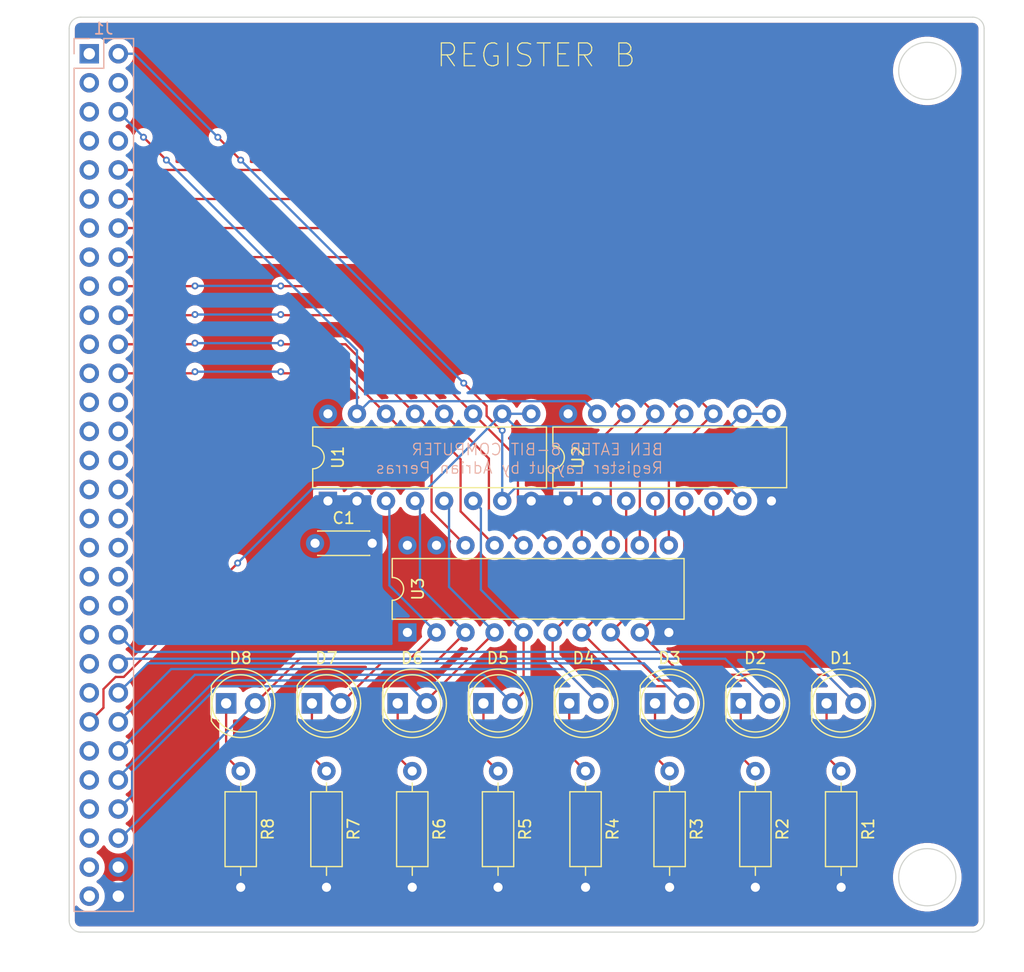
<source format=kicad_pcb>
(kicad_pcb (version 20240108) (generator "pcbnew") (generator_version "8.0")
  (layers (0 "F.Cu" signal) (31 "B.Cu" signal) (34 "B.Paste" user) (35 "F.Paste" user) (36 "B.SilkS" user "B.Silkscreen") (37 "F.SilkS" user "F.Silkscreen") (38 "B.Mask" user) (39 "F.Mask" user) (44 "Edge.Cuts" user))
  (net 0 "")
  (net 1 "GND")
  (net 2 "VCC")
  (net 3 "Net-(D1-K)")
  (net 4 "B_0")
  (net 5 "B_1")
  (net 6 "Net-(D2-K)")
  (net 7 "B_2")
  (net 8 "Net-(D3-K)")
  (net 9 "Net-(D4-K)")
  (net 10 "B_3")
  (net 11 "B_4")
  (net 12 "Net-(D5-K)")
  (net 13 "Net-(D6-K)")
  (net 14 "B_5")
  (net 15 "Net-(D7-K)")
  (net 16 "B_6")
  (net 17 "Net-(D8-K)")
  (net 18 "B_7")
  (net 27 "CLR")
  (net 28 "BUS_5")
  (net 29 "BUS_2")
  (net 37 "BUS_6")
  (net 39 "BUS_1")
  (net 40 "BUS_3")
  (net 43 "BI'")
  (net 48 "BUS_0")
  (net 57 "CLK")
  (net 61 "BUS_7")
  (net 64 "BUS_4")
  (footprint "Resistor_THT:R_Axial_DIN0207_L6.3mm_D2.5mm_P10.16mm_Horizontal" (layer "F.Cu") (at 144 137.42 -90)
    (property "Reference" "R3" (at 5.08 -2.37 90) (layer "F.SilkS"))
    (property "Value" "R_220")
    (fp_line (start 1.81 1.37) (end 8.35 1.37) (stroke (width 0.12)) (layer "F.SilkS"))
    (fp_line (start 8.35 1.37) (end 8.35 -1.37) (stroke (width 0.12)) (layer "F.SilkS"))
    (fp_line (start 1.04 0) (end 1.81 0) (stroke (width 0.12)) (layer "F.SilkS"))
    (fp_line (start 9.12 0) (end 8.35 0) (stroke (width 0.12)) (layer "F.SilkS"))
    (fp_line (start 1.81 -1.37) (end 1.81 1.37) (stroke (width 0.12)) (layer "F.SilkS"))
    (fp_line (start 8.35 -1.37) (end 1.81 -1.37) (stroke (width 0.12)) (layer "F.SilkS"))
    (pad "1" thru_hole circle (at 0 0 270) (size 1.6 1.6) (drill 0.8) (layers "*.Cu" "*.Mask") (net 8 "Net-(D3-K)"))
    (pad "2" thru_hole oval (at 10.16 0 270) (size 1.6 1.6) (drill 0.8) (layers "*.Cu" "*.Mask") (net 1 "GND"))
  )
  (footprint "8_Bit_CPU_Bus_Header:8_Bit_CPU_Bus_PinSocket_Bottom_Side" (layer "F.Cu") (at 94.53 74.7)
    (property "Reference" "J1" (at -0.03 -2.2 0) (layer "B.SilkS") (effects (justify mirror)))
    (property "Value" "Conn_02x30_8-Bit_CPU")
    (fp_line (start -2.6 -1.33) (end -1.27 -1.33) (stroke (width 0.12)) (layer "B.SilkS"))
    (fp_line (start -2.6 0) (end -2.6 -1.33) (stroke (width 0.12)) (layer "B.SilkS"))
    (fp_line (start -2.6 1.27) (end 0 1.27) (stroke (width 0.12)) (layer "B.SilkS"))
    (fp_line (start -2.6 74.99) (end -2.6 1.27) (stroke (width 0.12)) (layer "B.SilkS"))
    (fp_line (start -2.6 74.99) (end 2.6 74.99) (stroke (width 0.12)) (layer "B.SilkS"))
    (fp_line (start 0 -1.33) (end 2.6 -1.33) (stroke (width 0.12)) (layer "B.SilkS"))
    (fp_line (start 0 1.27) (end 0 -1.33) (stroke (width 0.12)) (layer "B.SilkS"))
    (fp_line (start 2.6 74.99) (end 2.6 -1.33) (stroke (width 0.12)) (layer "B.SilkS"))
    (fp_line (start -3.03 75.8) (end -3.03 -2.2) (stroke (width 0.1)) (layer "Edge.Cuts"))
    (fp_line (start -2.03 -3.2) (end 75.97 -3.2) (stroke (width 0.1)) (layer "Edge.Cuts"))
    (fp_line (start 75.97 76.8) (end -2.03 76.8) (stroke (width 0.1)) (layer "Edge.Cuts"))
    (fp_line (start 76.97 -2.2) (end 76.97 75.8) (stroke (width 0.1)) (layer "Edge.Cuts"))
    (fp_arc (start -3.03 -2.2) (mid -2.737107 -2.907107) (end -2.03 -3.2) (stroke (width 0.1)) (layer "Edge.Cuts"))
    (fp_arc (start -2.03 76.8) (mid -2.737107 76.507107) (end -3.03 75.8) (stroke (width 0.1)) (layer "Edge.Cuts"))
    (fp_arc (start 75.97 -3.2) (mid 76.677107 -2.907107) (end 76.97 -2.2) (stroke (width 0.1)) (layer "Edge.Cuts"))
    (fp_arc (start 76.97 75.8) (mid 76.677107 76.507107) (end 75.97 76.8) (stroke (width 0.1)) (layer "Edge.Cuts"))
    (fp_circle (center 72 1.5) (end 74.5 1.5) (stroke (width 0.1)) (fill none) (layer "Edge.Cuts"))
    (fp_circle (center 72 72) (end 74.5 72) (stroke (width 0.1)) (fill none) (layer "Edge.Cuts"))
    (pad "1" thru_hole rect (at -1.27 0) (size 1.7 1.7) (drill 1) (layers "*.Cu" "*.Mask"))
    (pad "2" thru_hole oval (at 1.27 0) (size 1.7 1.7) (drill 1) (layers "*.Cu" "*.Mask") (net 57 "CLK"))
    (pad "3" thru_hole oval (at -1.27 2.54) (size 1.7 1.7) (drill 1) (layers "*.Cu" "*.Mask"))
    (pad "4" thru_hole oval (at 1.27 2.54) (size 1.7 1.7) (drill 1) (layers "*.Cu" "*.Mask"))
    (pad "5" thru_hole oval (at -1.27 5.08) (size 1.7 1.7) (drill 1) (layers "*.Cu" "*.Mask"))
    (pad "6" thru_hole oval (at 1.27 5.08) (size 1.7 1.7) (drill 1) (layers "*.Cu" "*.Mask") (net 27 "CLR"))
    (pad "7" thru_hole oval (at -1.27 7.62) (size 1.7 1.7) (drill 1) (layers "*.Cu" "*.Mask"))
    (pad "8" thru_hole oval (at 1.27 7.62) (size 1.7 1.7) (drill 1) (layers "*.Cu" "*.Mask"))
    (pad "9" thru_hole oval (at -1.27 10.16) (size 1.7 1.7) (drill 1) (layers "*.Cu" "*.Mask"))
    (pad "10" thru_hole oval (at 1.27 10.16) (size 1.7 1.7) (drill 1) (layers "*.Cu" "*.Mask") (net 48 "BUS_0"))
    (pad "11" thru_hole oval (at -1.27 12.7) (size 1.7 1.7) (drill 1) (layers "*.Cu" "*.Mask"))
    (pad "12" thru_hole oval (at 1.27 12.7) (size 1.7 1.7) (drill 1) (layers "*.Cu" "*.Mask") (net 39 "BUS_1"))
    (pad "13" thru_hole oval (at -1.27 15.24) (size 1.7 1.7) (drill 1) (layers "*.Cu" "*.Mask"))
    (pad "14" thru_hole oval (at 1.27 15.24) (size 1.7 1.7) (drill 1) (layers "*.Cu" "*.Mask") (net 29 "BUS_2"))
    (pad "15" thru_hole oval (at -1.27 17.78) (size 1.7 1.7) (drill 1) (layers "*.Cu" "*.Mask"))
    (pad "16" thru_hole oval (at 1.27 17.78) (size 1.7 1.7) (drill 1) (layers "*.Cu" "*.Mask") (net 40 "BUS_3"))
    (pad "17" thru_hole oval (at -1.27 20.32) (size 1.7 1.7) (drill 1) (layers "*.Cu" "*.Mask"))
    (pad "18" thru_hole oval (at 1.27 20.32) (size 1.7 1.7) (drill 1) (layers "*.Cu" "*.Mask") (net 64 "BUS_4"))
    (pad "19" thru_hole oval (at -1.27 22.86) (size 1.7 1.7) (drill 1) (layers "*.Cu" "*.Mask"))
    (pad "20" thru_hole oval (at 1.27 22.86) (size 1.7 1.7) (drill 1) (layers "*.Cu" "*.Mask") (net 28 "BUS_5"))
    (pad "21" thru_hole oval (at -1.27 25.4) (size 1.7 1.7) (drill 1) (layers "*.Cu" "*.Mask"))
    (pad "22" thru_hole oval (at 1.27 25.4) (size 1.7 1.7) (drill 1) (layers "*.Cu" "*.Mask") (net 37 "BUS_6"))
    (pad "23" thru_hole oval (at -1.27 27.94) (size 1.7 1.7) (drill 1) (layers "*.Cu" "*.Mask"))
    (pad "24" thru_hole oval (at 1.27 27.94) (size 1.7 1.7) (drill 1) (layers "*.Cu" "*.Mask") (net 61 "BUS_7"))
    (pad "25" thru_hole oval (at -1.27 30.48) (size 1.7 1.7) (drill 1) (layers "*.Cu" "*.Mask"))
    (pad "26" thru_hole oval (at 1.27 30.48) (size 1.7 1.7) (drill 1) (layers "*.Cu" "*.Mask"))
    (pad "27" thru_hole oval (at -1.27 33.02) (size 1.7 1.7) (drill 1) (layers "*.Cu" "*.Mask"))
    (pad "28" thru_hole oval (at 1.27 33.02) (size 1.7 1.7) (drill 1) (layers "*.Cu" "*.Mask"))
    (pad "29" thru_hole oval (at -1.27 35.56) (size 1.7 1.7) (drill 1) (layers "*.Cu" "*.Mask"))
    (pad "30" thru_hole oval (at 1.27 35.56) (size 1.7 1.7) (drill 1) (layers "*.Cu" "*.Mask"))
    (pad "31" thru_hole oval (at -1.27 38.1) (size 1.7 1.7) (drill 1) (layers "*.Cu" "*.Mask"))
    (pad "32" thru_hole oval (at 1.27 38.1) (size 1.7 1.7) (drill 1) (layers "*.Cu" "*.Mask"))
    (pad "33" thru_hole oval (at -1.27 40.64) (size 1.7 1.7) (drill 1) (layers "*.Cu" "*.Mask"))
    (pad "34" thru_hole oval (at 1.27 40.64) (size 1.7 1.7) (drill 1) (layers "*.Cu" "*.Mask"))
    (pad "35" thru_hole oval (at -1.27 43.18) (size 1.7 1.7) (drill 1) (layers "*.Cu" "*.Mask"))
    (pad "36" thru_hole oval (at 1.27 43.18) (size 1.7 1.7) (drill 1) (layers "*.Cu" "*.Mask"))
    (pad "37" thru_hole oval (at -1.27 45.72) (size 1.7 1.7) (drill 1) (layers "*.Cu" "*.Mask"))
    (pad "38" thru_hole oval (at 1.27 45.72) (size 1.7 1.7) (drill 1) (layers "*.Cu" "*.Mask"))
    (pad "39" thru_hole oval (at -1.27 48.26) (size 1.7 1.7) (drill 1) (layers "*.Cu" "*.Mask"))
    (pad "40" thru_hole oval (at 1.27 48.26) (size 1.7 1.7) (drill 1) (layers "*.Cu" "*.Mask"))
    (pad "41" thru_hole oval (at -1.27 50.8) (size 1.7 1.7) (drill 1) (layers "*.Cu" "*.Mask"))
    (pad "42" thru_hole oval (at 1.27 50.8) (size 1.7 1.7) (drill 1) (layers "*.Cu" "*.Mask") (net 4 "B_0"))
    (pad "43" thru_hole oval (at -1.27 53.34) (size 1.7 1.7) (drill 1) (layers "*.Cu" "*.Mask"))
    (pad "44" thru_hole oval (at 1.27 53.34) (size 1.7 1.7) (drill 1) (layers "*.Cu" "*.Mask") (net 5 "B_1"))
    (pad "45" thru_hole oval (at -1.27 55.88) (size 1.7 1.7) (drill 1) (layers "*.Cu" "*.Mask"))
    (pad "46" thru_hole oval (at 1.27 55.88) (size 1.7 1.7) (drill 1) (layers "*.Cu" "*.Mask") (net 7 "B_2"))
    (pad "47" thru_hole oval (at -1.27 58.42) (size 1.7 1.7) (drill 1) (layers "*.Cu" "*.Mask") (net 43 "BI'"))
    (pad "48" thru_hole oval (at 1.27 58.42) (size 1.7 1.7) (drill 1) (layers "*.Cu" "*.Mask") (net 10 "B_3"))
    (pad "49" thru_hole oval (at -1.27 60.96) (size 1.7 1.7) (drill 1) (layers "*.Cu" "*.Mask"))
    (pad "50" thru_hole oval (at 1.27 60.96) (size 1.7 1.7) (drill 1) (layers "*.Cu" "*.Mask") (net 11 "B_4"))
    (pad "51" thru_hole oval (at -1.27 63.5) (size 1.7 1.7) (drill 1) (layers "*.Cu" "*.Mask"))
    (pad "52" thru_hole oval (at 1.27 63.5) (size 1.7 1.7) (drill 1) (layers "*.Cu" "*.Mask") (net 14 "B_5"))
    (pad "53" thru_hole oval (at -1.27 66.04) (size 1.7 1.7) (drill 1) (layers "*.Cu" "*.Mask"))
    (pad "54" thru_hole oval (at 1.27 66.04) (size 1.7 1.7) (drill 1) (layers "*.Cu" "*.Mask") (net 16 "B_6"))
    (pad "55" thru_hole oval (at -1.27 68.58) (size 1.7 1.7) (drill 1) (layers "*.Cu" "*.Mask"))
    (pad "56" thru_hole oval (at 1.27 68.58) (size 1.7 1.7) (drill 1) (layers "*.Cu" "*.Mask") (net 18 "B_7"))
    (pad "57" thru_hole oval (at -1.27 71.12) (size 1.7 1.7) (drill 1) (layers "*.Cu" "*.Mask"))
    (pad "58" thru_hole oval (at 1.27 71.12) (size 1.7 1.7) (drill 1) (layers "*.Cu" "*.Mask") (net 2 "VCC"))
    (pad "59" thru_hole oval (at -1.27 73.66) (size 1.7 1.7) (drill 1) (layers "*.Cu" "*.Mask"))
    (pad "60" thru_hole oval (at 1.27 73.66) (size 1.7 1.7) (drill 1) (layers "*.Cu" "*.Mask") (net 1 "GND"))
  )
  (footprint "LED_THT:LED_D5.0mm" (layer "F.Cu") (at 157.725 131.5)
    (property "Reference" "D1" (at 1.27 -3.96 0) (layer "F.SilkS"))
    (property "Value" "LED_RED")
    (fp_line (start -1.29 -1.545) (end -1.29 1.545) (stroke (width 0.12)) (layer "F.SilkS"))
    (fp_arc (start -1.29 -1.54483) (mid 2.072002 -2.880433) (end 4.26 0.000462) (stroke (width 0.12)) (layer "F.SilkS"))
    (fp_arc (start 4.26 -0.000462) (mid 2.072002 2.880433) (end -1.29 1.54483) (stroke (width 0.12)) (layer "F.SilkS"))
    (fp_circle (center 1.27 0) (end 3.77 0) (stroke (width 0.12)) (fill none) (layer "F.SilkS"))
    (pad "1" thru_hole rect (at 0 0) (size 1.8 1.8) (drill 0.9) (layers "*.Cu" "*.Mask") (net 3 "Net-(D1-K)"))
    (pad "2" thru_hole circle (at 2.54 0) (size 1.8 1.8) (drill 0.9) (layers "*.Cu" "*.Mask") (net 4 "B_0"))
  )
  (footprint "LED_THT:LED_D5.0mm" (layer "F.Cu") (at 120.225 131.5)
    (property "Reference" "D6" (at 1.27 -3.96 0) (layer "F.SilkS"))
    (property "Value" "LED_RED")
    (fp_line (start -1.29 -1.545) (end -1.29 1.545) (stroke (width 0.12)) (layer "F.SilkS"))
    (fp_arc (start -1.29 -1.54483) (mid 2.072002 -2.880433) (end 4.26 0.000462) (stroke (width 0.12)) (layer "F.SilkS"))
    (fp_arc (start 4.26 -0.000462) (mid 2.072002 2.880433) (end -1.29 1.54483) (stroke (width 0.12)) (layer "F.SilkS"))
    (fp_circle (center 1.27 0) (end 3.77 0) (stroke (width 0.12)) (fill none) (layer "F.SilkS"))
    (pad "1" thru_hole rect (at 0 0) (size 1.8 1.8) (drill 0.9) (layers "*.Cu" "*.Mask") (net 13 "Net-(D6-K)"))
    (pad "2" thru_hole circle (at 2.54 0) (size 1.8 1.8) (drill 0.9) (layers "*.Cu" "*.Mask") (net 14 "B_5"))
  )
  (footprint "Package_DIP:DIP-16_W7.62mm" (layer "F.Cu") (at 135.125 113.8 90)
    (property "Reference" "U2" (at 3.81 0.875 90) (layer "F.SilkS"))
    (property "Value" "74LS173")
    (fp_line (start 6.46 -1.33) (end 4.81 -1.33) (stroke (width 0.12)) (layer "F.SilkS"))
    (fp_line (start 2.81 -1.33) (end 1.16 -1.33) (stroke (width 0.12)) (layer "F.SilkS"))
    (fp_line (start 1.16 -1.33) (end 1.16 19.11) (stroke (width 0.12)) (layer "F.SilkS"))
    (fp_line (start 6.46 19.11) (end 6.46 -1.33) (stroke (width 0.12)) (layer "F.SilkS"))
    (fp_line (start 1.16 19.11) (end 6.46 19.11) (stroke (width 0.12)) (layer "F.SilkS"))
    (fp_arc (start 4.81 -1.33) (mid 3.81 -0.33) (end 2.81 -1.33) (stroke (width 0.12)) (layer "F.SilkS"))
    (pad "1" thru_hole rect (at 0 0 90) (size 1.6 1.6) (drill 0.8) (layers "*.Cu" "*.Mask") (net 1 "GND"))
    (pad "2" thru_hole oval (at 0 2.54 90) (size 1.6 1.6) (drill 0.8) (layers "*.Cu" "*.Mask") (net 1 "GND"))
    (pad "3" thru_hole oval (at 0 5.08 90) (size 1.6 1.6) (drill 0.8) (layers "*.Cu" "*.Mask") (net 10 "B_3"))
    (pad "4" thru_hole oval (at 0 7.62 90) (size 1.6 1.6) (drill 0.8) (layers "*.Cu" "*.Mask") (net 7 "B_2"))
    (pad "5" thru_hole oval (at 0 10.16 90) (size 1.6 1.6) (drill 0.8) (layers "*.Cu" "*.Mask") (net 5 "B_1"))
    (pad "6" thru_hole oval (at 0 12.7 90) (size 1.6 1.6) (drill 0.8) (layers "*.Cu" "*.Mask") (net 4 "B_0"))
    (pad "7" thru_hole oval (at 0 15.24 90) (size 1.6 1.6) (drill 0.8) (layers "*.Cu" "*.Mask") (net 57 "CLK"))
    (pad "8" thru_hole oval (at 0 17.78 90) (size 1.6 1.6) (drill 0.8) (layers "*.Cu" "*.Mask") (net 1 "GND"))
    (pad "9" thru_hole oval (at 7.62 17.78 90) (size 1.6 1.6) (drill 0.8) (layers "*.Cu" "*.Mask") (net 43 "BI'"))
    (pad "10" thru_hole oval (at 7.62 15.24 90) (size 1.6 1.6) (drill 0.8) (layers "*.Cu" "*.Mask") (net 43 "BI'"))
    (pad "11" thru_hole oval (at 7.62 12.7 90) (size 1.6 1.6) (drill 0.8) (layers "*.Cu" "*.Mask") (net 48 "BUS_0"))
    (pad "12" thru_hole oval (at 7.62 10.16 90) (size 1.6 1.6) (drill 0.8) (layers "*.Cu" "*.Mask") (net 39 "BUS_1"))
    (pad "13" thru_hole oval (at 7.62 7.62 90) (size 1.6 1.6) (drill 0.8) (layers "*.Cu" "*.Mask") (net 29 "BUS_2"))
    (pad "14" thru_hole oval (at 7.62 5.08 90) (size 1.6 1.6) (drill 0.8) (layers "*.Cu" "*.Mask") (net 40 "BUS_3"))
    (pad "15" thru_hole oval (at 7.62 2.54 90) (size 1.6 1.6) (drill 0.8) (layers "*.Cu" "*.Mask") (net 27 "CLR"))
    (pad "16" thru_hole oval (at 7.62 0 90) (size 1.6 1.6) (drill 0.8) (layers "*.Cu" "*.Mask") (net 2 "VCC"))
  )
  (footprint "LED_THT:LED_D5.0mm" (layer "F.Cu") (at 112.725 131.5)
    (property "Reference" "D7" (at 1.27 -3.96 0) (layer "F.SilkS"))
    (property "Value" "LED_RED")
    (fp_line (start -1.29 -1.545) (end -1.29 1.545) (stroke (width 0.12)) (layer "F.SilkS"))
    (fp_arc (start -1.29 -1.54483) (mid 2.072002 -2.880433) (end 4.26 0.000462) (stroke (width 0.12)) (layer "F.SilkS"))
    (fp_arc (start 4.26 -0.000462) (mid 2.072002 2.880433) (end -1.29 1.54483) (stroke (width 0.12)) (layer "F.SilkS"))
    (fp_circle (center 1.27 0) (end 3.77 0) (stroke (width 0.12)) (fill none) (layer "F.SilkS"))
    (pad "1" thru_hole rect (at 0 0) (size 1.8 1.8) (drill 0.9) (layers "*.Cu" "*.Mask") (net 15 "Net-(D7-K)"))
    (pad "2" thru_hole circle (at 2.54 0) (size 1.8 1.8) (drill 0.9) (layers "*.Cu" "*.Mask") (net 16 "B_6"))
  )
  (footprint "LED_THT:LED_D5.0mm" (layer "F.Cu") (at 105.225 131.5)
    (property "Reference" "D8" (at 1.27 -3.96 0) (layer "F.SilkS"))
    (property "Value" "LED_RED")
    (fp_line (start -1.29 -1.545) (end -1.29 1.545) (stroke (width 0.12)) (layer "F.SilkS"))
    (fp_arc (start -1.29 -1.54483) (mid 2.072002 -2.880433) (end 4.26 0.000462) (stroke (width 0.12)) (layer "F.SilkS"))
    (fp_arc (start 4.26 -0.000462) (mid 2.072002 2.880433) (end -1.29 1.54483) (stroke (width 0.12)) (layer "F.SilkS"))
    (fp_circle (center 1.27 0) (end 3.77 0) (stroke (width 0.12)) (fill none) (layer "F.SilkS"))
    (pad "1" thru_hole rect (at 0 0) (size 1.8 1.8) (drill 0.9) (layers "*.Cu" "*.Mask") (net 17 "Net-(D8-K)"))
    (pad "2" thru_hole circle (at 2.54 0) (size 1.8 1.8) (drill 0.9) (layers "*.Cu" "*.Mask") (net 18 "B_7"))
  )
  (footprint "Resistor_THT:R_Axial_DIN0207_L6.3mm_D2.5mm_P10.16mm_Horizontal" (layer "F.Cu") (at 114 137.42 -90)
    (property "Reference" "R7" (at 5.08 -2.37 90) (layer "F.SilkS"))
    (property "Value" "R_220")
    (fp_line (start 1.81 1.37) (end 8.35 1.37) (stroke (width 0.12)) (layer "F.SilkS"))
    (fp_line (start 8.35 1.37) (end 8.35 -1.37) (stroke (width 0.12)) (layer "F.SilkS"))
    (fp_line (start 1.04 0) (end 1.81 0) (stroke (width 0.12)) (layer "F.SilkS"))
    (fp_line (start 9.12 0) (end 8.35 0) (stroke (width 0.12)) (layer "F.SilkS"))
    (fp_line (start 1.81 -1.37) (end 1.81 1.37) (stroke (width 0.12)) (layer "F.SilkS"))
    (fp_line (start 8.35 -1.37) (end 1.81 -1.37) (stroke (width 0.12)) (layer "F.SilkS"))
    (pad "1" thru_hole circle (at 0 0 270) (size 1.6 1.6) (drill 0.8) (layers "*.Cu" "*.Mask") (net 15 "Net-(D7-K)"))
    (pad "2" thru_hole oval (at 10.16 0 270) (size 1.6 1.6) (drill 0.8) (layers "*.Cu" "*.Mask") (net 1 "GND"))
  )
  (footprint "Package_DIP:DIP-20_W7.62mm" (layer "F.Cu") (at 121.075 125.3 90)
    (property "Reference" "U3" (at 3.8 0.925 90) (layer "F.SilkS"))
    (property "Value" "74LS245")
    (fp_line (start 6.46 -1.33) (end 4.81 -1.33) (stroke (width 0.12)) (layer "F.SilkS"))
    (fp_line (start 2.81 -1.33) (end 1.16 -1.33) (stroke (width 0.12)) (layer "F.SilkS"))
    (fp_line (start 1.16 -1.33) (end 1.16 24.19) (stroke (width 0.12)) (layer "F.SilkS"))
    (fp_line (start 6.46 24.19) (end 6.46 -1.33) (stroke (width 0.12)) (layer "F.SilkS"))
    (fp_line (start 1.16 24.19) (end 6.46 24.19) (stroke (width 0.12)) (layer "F.SilkS"))
    (fp_arc (start 4.81 -1.33) (mid 3.81 -0.33) (end 2.81 -1.33) (stroke (width 0.12)) (layer "F.SilkS"))
    (pad "1" thru_hole rect (at 0 0 90) (size 1.6 1.6) (drill 0.8) (layers "*.Cu" "*.Mask") (net 2 "VCC"))
    (pad "2" thru_hole oval (at 0 2.54 90) (size 1.6 1.6) (drill 0.8) (layers "*.Cu" "*.Mask") (net 18 "B_7"))
    (pad "3" thru_hole oval (at 0 5.08 90) (size 1.6 1.6) (drill 0.8) (layers "*.Cu" "*.Mask") (net 16 "B_6"))
    (pad "4" thru_hole oval (at 0 7.62 90) (size 1.6 1.6) (drill 0.8) (layers "*.Cu" "*.Mask") (net 14 "B_5"))
    (pad "5" thru_hole oval (at 0 10.16 90) (size 1.6 1.6) (drill 0.8) (layers "*.Cu" "*.Mask") (net 11 "B_4"))
    (pad "6" thru_hole oval (at 0 12.7 90) (size 1.6 1.6) (drill 0.8) (layers "*.Cu" "*.Mask") (net 10 "B_3"))
    (pad "7" thru_hole oval (at 0 15.24 90) (size 1.6 1.6) (drill 0.8) (layers "*.Cu" "*.Mask") (net 7 "B_2"))
    (pad "8" thru_hole oval (at 0 17.78 90) (size 1.6 1.6) (drill 0.8) (layers "*.Cu" "*.Mask") (net 5 "B_1"))
    (pad "9" thru_hole oval (at 0 20.32 90) (size 1.6 1.6) (drill 0.8) (layers "*.Cu" "*.Mask") (net 4 "B_0"))
    (pad "10" thru_hole oval (at 0 22.86 90) (size 1.6 1.6) (drill 0.8) (layers "*.Cu" "*.Mask") (net 1 "GND"))
    (pad "11" thru_hole oval (at 7.62 22.86 90) (size 1.6 1.6) (drill 0.8) (layers "*.Cu" "*.Mask") (net 48 "BUS_0"))
    (pad "12" thru_hole oval (at 7.62 20.32 90) (size 1.6 1.6) (drill 0.8) (layers "*.Cu" "*.Mask") (net 39 "BUS_1"))
    (pad "13" thru_hole oval (at 7.62 17.78 90) (size 1.6 1.6) (drill 0.8) (layers "*.Cu" "*.Mask") (net 29 "BUS_2"))
    (pad "14" thru_hole oval (at 7.62 15.24 90) (size 1.6 1.6) (drill 0.8) (layers "*.Cu" "*.Mask") (net 40 "BUS_3"))
    (pad "15" thru_hole oval (at 7.62 12.7 90) (size 1.6 1.6) (drill 0.8) (layers "*.Cu" "*.Mask") (net 64 "BUS_4"))
    (pad "16" thru_hole oval (at 7.62 10.16 90) (size 1.6 1.6) (drill 0.8) (layers "*.Cu" "*.Mask") (net 28 "BUS_5"))
    (pad "17" thru_hole oval (at 7.62 7.62 90) (size 1.6 1.6) (drill 0.8) (layers "*.Cu" "*.Mask") (net 37 "BUS_6"))
    (pad "18" thru_hole oval (at 7.62 5.08 90) (size 1.6 1.6) (drill 0.8) (layers "*.Cu" "*.Mask") (net 61 "BUS_7"))
    (pad "19" thru_hole oval (at 7.62 2.54 90) (size 1.6 1.6) (drill 0.8) (layers "*.Cu" "*.Mask") (net 2 "VCC"))
    (pad "20" thru_hole oval (at 7.62 0 90) (size 1.6 1.6) (drill 0.8) (layers "*.Cu" "*.Mask") (net 2 "VCC"))
  )
  (footprint "Resistor_THT:R_Axial_DIN0207_L6.3mm_D2.5mm_P10.16mm_Horizontal" (layer "F.Cu") (at 121.5 137.42 -90)
    (property "Reference" "R6" (at 5.08 -2.37 90) (layer "F.SilkS"))
    (property "Value" "R_220")
    (fp_line (start 1.81 1.37) (end 8.35 1.37) (stroke (width 0.12)) (layer "F.SilkS"))
    (fp_line (start 8.35 1.37) (end 8.35 -1.37) (stroke (width 0.12)) (layer "F.SilkS"))
    (fp_line (start 1.04 0) (end 1.81 0) (stroke (width 0.12)) (layer "F.SilkS"))
    (fp_line (start 9.12 0) (end 8.35 0) (stroke (width 0.12)) (layer "F.SilkS"))
    (fp_line (start 1.81 -1.37) (end 1.81 1.37) (stroke (width 0.12)) (layer "F.SilkS"))
    (fp_line (start 8.35 -1.37) (end 1.81 -1.37) (stroke (width 0.12)) (layer "F.SilkS"))
    (pad "1" thru_hole circle (at 0 0 270) (size 1.6 1.6) (drill 0.8) (layers "*.Cu" "*.Mask") (net 13 "Net-(D6-K)"))
    (pad "2" thru_hole oval (at 10.16 0 270) (size 1.6 1.6) (drill 0.8) (layers "*.Cu" "*.Mask") (net 1 "GND"))
  )
  (footprint "LED_THT:LED_D5.0mm" (layer "F.Cu") (at 127.725 131.5)
    (property "Reference" "D5" (at 1.27 -3.96 0) (layer "F.SilkS"))
    (property "Value" "LED_RED")
    (fp_line (start -1.29 -1.545) (end -1.29 1.545) (stroke (width 0.12)) (layer "F.SilkS"))
    (fp_arc (start -1.29 -1.54483) (mid 2.072002 -2.880433) (end 4.26 0.000462) (stroke (width 0.12)) (layer "F.SilkS"))
    (fp_arc (start 4.26 -0.000462) (mid 2.072002 2.880433) (end -1.29 1.54483) (stroke (width 0.12)) (layer "F.SilkS"))
    (fp_circle (center 1.27 0) (end 3.77 0) (stroke (width 0.12)) (fill none) (layer "F.SilkS"))
    (pad "1" thru_hole rect (at 0 0) (size 1.8 1.8) (drill 0.9) (layers "*.Cu" "*.Mask") (net 12 "Net-(D5-K)"))
    (pad "2" thru_hole circle (at 2.54 0) (size 1.8 1.8) (drill 0.9) (layers "*.Cu" "*.Mask") (net 11 "B_4"))
  )
  (footprint "LED_THT:LED_D5.0mm" (layer "F.Cu") (at 150.225 131.5)
    (property "Reference" "D2" (at 1.27 -3.96 0) (layer "F.SilkS"))
    (property "Value" "LED_RED")
    (fp_line (start -1.29 -1.545) (end -1.29 1.545) (stroke (width 0.12)) (layer "F.SilkS"))
    (fp_arc (start -1.29 -1.54483) (mid 2.072002 -2.880433) (end 4.26 0.000462) (stroke (width 0.12)) (layer "F.SilkS"))
    (fp_arc (start 4.26 -0.000462) (mid 2.072002 2.880433) (end -1.29 1.54483) (stroke (width 0.12)) (layer "F.SilkS"))
    (fp_circle (center 1.27 0) (end 3.77 0) (stroke (width 0.12)) (fill none) (layer "F.SilkS"))
    (pad "1" thru_hole rect (at 0 0) (size 1.8 1.8) (drill 0.9) (layers "*.Cu" "*.Mask") (net 6 "Net-(D2-K)"))
    (pad "2" thru_hole circle (at 2.54 0) (size 1.8 1.8) (drill 0.9) (layers "*.Cu" "*.Mask") (net 5 "B_1"))
  )
  (footprint "Resistor_THT:R_Axial_DIN0207_L6.3mm_D2.5mm_P10.16mm_Horizontal" (layer "F.Cu") (at 106.5 137.42 -90)
    (property "Reference" "R8" (at 5.08 -2.37 90) (layer "F.SilkS"))
    (property "Value" "R_220")
    (fp_line (start 1.81 1.37) (end 8.35 1.37) (stroke (width 0.12)) (layer "F.SilkS"))
    (fp_line (start 8.35 1.37) (end 8.35 -1.37) (stroke (width 0.12)) (layer "F.SilkS"))
    (fp_line (start 1.04 0) (end 1.81 0) (stroke (width 0.12)) (layer "F.SilkS"))
    (fp_line (start 9.12 0) (end 8.35 0) (stroke (width 0.12)) (layer "F.SilkS"))
    (fp_line (start 1.81 -1.37) (end 1.81 1.37) (stroke (width 0.12)) (layer "F.SilkS"))
    (fp_line (start 8.35 -1.37) (end 1.81 -1.37) (stroke (width 0.12)) (layer "F.SilkS"))
    (pad "1" thru_hole circle (at 0 0 270) (size 1.6 1.6) (drill 0.8) (layers "*.Cu" "*.Mask") (net 17 "Net-(D8-K)"))
    (pad "2" thru_hole oval (at 10.16 0 270) (size 1.6 1.6) (drill 0.8) (layers "*.Cu" "*.Mask") (net 1 "GND"))
  )
  (footprint "LED_THT:LED_D5.0mm" (layer "F.Cu") (at 142.725 131.5)
    (property "Reference" "D3" (at 1.27 -3.96 0) (layer "F.SilkS"))
    (property "Value" "LED_RED")
    (fp_line (start -1.29 -1.545) (end -1.29 1.545) (stroke (width 0.12)) (layer "F.SilkS"))
    (fp_arc (start -1.29 -1.54483) (mid 2.072002 -2.880433) (end 4.26 0.000462) (stroke (width 0.12)) (layer "F.SilkS"))
    (fp_arc (start 4.26 -0.000462) (mid 2.072002 2.880433) (end -1.29 1.54483) (stroke (width 0.12)) (layer "F.SilkS"))
    (fp_circle (center 1.27 0) (end 3.77 0) (stroke (width 0.12)) (fill none) (layer "F.SilkS"))
    (pad "1" thru_hole rect (at 0 0) (size 1.8 1.8) (drill 0.9) (layers "*.Cu" "*.Mask") (net 8 "Net-(D3-K)"))
    (pad "2" thru_hole circle (at 2.54 0) (size 1.8 1.8) (drill 0.9) (layers "*.Cu" "*.Mask") (net 7 "B_2"))
  )
  (footprint "LED_THT:LED_D5.0mm" (layer "F.Cu") (at 135.225 131.5)
    (property "Reference" "D4" (at 1.27 -3.96 0) (layer "F.SilkS"))
    (property "Value" "LED_RED")
    (fp_line (start -1.29 -1.545) (end -1.29 1.545) (stroke (width 0.12)) (layer "F.SilkS"))
    (fp_arc (start -1.29 -1.54483) (mid 2.072002 -2.880433) (end 4.26 0.000462) (stroke (width 0.12)) (layer "F.SilkS"))
    (fp_arc (start 4.26 -0.000462) (mid 2.072002 2.880433) (end -1.29 1.54483) (stroke (width 0.12)) (layer "F.SilkS"))
    (fp_circle (center 1.27 0) (end 3.77 0) (stroke (width 0.12)) (fill none) (layer "F.SilkS"))
    (pad "1" thru_hole rect (at 0 0) (size 1.8 1.8) (drill 0.9) (layers "*.Cu" "*.Mask") (net 9 "Net-(D4-K)"))
    (pad "2" thru_hole circle (at 2.54 0) (size 1.8 1.8) (drill 0.9) (layers "*.Cu" "*.Mask") (net 10 "B_3"))
  )
  (footprint "Resistor_THT:R_Axial_DIN0207_L6.3mm_D2.5mm_P10.16mm_Horizontal" (layer "F.Cu") (at 159 137.42 -90)
    (property "Reference" "R1" (at 5.08 -2.37 90) (layer "F.SilkS"))
    (property "Value" "R_220")
    (fp_line (start 1.81 1.37) (end 8.35 1.37) (stroke (width 0.12)) (layer "F.SilkS"))
    (fp_line (start 8.35 1.37) (end 8.35 -1.37) (stroke (width 0.12)) (layer "F.SilkS"))
    (fp_line (start 1.04 0) (end 1.81 0) (stroke (width 0.12)) (layer "F.SilkS"))
    (fp_line (start 9.12 0) (end 8.35 0) (stroke (width 0.12)) (layer "F.SilkS"))
    (fp_line (start 1.81 -1.37) (end 1.81 1.37) (stroke (width 0.12)) (layer "F.SilkS"))
    (fp_line (start 8.35 -1.37) (end 1.81 -1.37) (stroke (width 0.12)) (layer "F.SilkS"))
    (pad "1" thru_hole circle (at 0 0 270) (size 1.6 1.6) (drill 0.8) (layers "*.Cu" "*.Mask") (net 3 "Net-(D1-K)"))
    (pad "2" thru_hole oval (at 10.16 0 270) (size 1.6 1.6) (drill 0.8) (layers "*.Cu" "*.Mask") (net 1 "GND"))
  )
  (footprint "Resistor_THT:R_Axial_DIN0207_L6.3mm_D2.5mm_P10.16mm_Horizontal" (layer "F.Cu") (at 151.5 137.42 -90)
    (property "Reference" "R2" (at 5.08 -2.37 90) (layer "F.SilkS"))
    (property "Value" "R_220")
    (fp_line (start 1.81 1.37) (end 8.35 1.37) (stroke (width 0.12)) (layer "F.SilkS"))
    (fp_line (start 8.35 1.37) (end 8.35 -1.37) (stroke (width 0.12)) (layer "F.SilkS"))
    (fp_line (start 1.04 0) (end 1.81 0) (stroke (width 0.12)) (layer "F.SilkS"))
    (fp_line (start 9.12 0) (end 8.35 0) (stroke (width 0.12)) (layer "F.SilkS"))
    (fp_line (start 1.81 -1.37) (end 1.81 1.37) (stroke (width 0.12)) (layer "F.SilkS"))
    (fp_line (start 8.35 -1.37) (end 1.81 -1.37) (stroke (width 0.12)) (layer "F.SilkS"))
    (pad "1" thru_hole circle (at 0 0 270) (size 1.6 1.6) (drill 0.8) (layers "*.Cu" "*.Mask") (net 6 "Net-(D2-K)"))
    (pad "2" thru_hole oval (at 10.16 0 270) (size 1.6 1.6) (drill 0.8) (layers "*.Cu" "*.Mask") (net 1 "GND"))
  )
  (footprint "Package_DIP:DIP-16_W7.62mm" (layer "F.Cu") (at 114.125 113.8 90)
    (property "Reference" "U1" (at 3.81 0.875 90) (layer "F.SilkS"))
    (property "Value" "74LS173")
    (fp_line (start 6.46 -1.33) (end 4.81 -1.33) (stroke (width 0.12)) (layer "F.SilkS"))
    (fp_line (start 2.81 -1.33) (end 1.16 -1.33) (stroke (width 0.12)) (layer "F.SilkS"))
    (fp_line (start 1.16 -1.33) (end 1.16 19.11) (stroke (width 0.12)) (layer "F.SilkS"))
    (fp_line (start 6.46 19.11) (end 6.46 -1.33) (stroke (width 0.12)) (layer "F.SilkS"))
    (fp_line (start 1.16 19.11) (end 6.46 19.11) (stroke (width 0.12)) (layer "F.SilkS"))
    (fp_arc (start 4.81 -1.33) (mid 3.81 -0.33) (end 2.81 -1.33) (stroke (width 0.12)) (layer "F.SilkS"))
    (pad "1" thru_hole rect (at 0 0 90) (size 1.6 1.6) (drill 0.8) (layers "*.Cu" "*.Mask") (net 1 "GND"))
    (pad "2" thru_hole oval (at 0 2.54 90) (size 1.6 1.6) (drill 0.8) (layers "*.Cu" "*.Mask") (net 1 "GND"))
    (pad "3" thru_hole oval (at 0 5.08 90) (size 1.6 1.6) (drill 0.8) (layers "*.Cu" "*.Mask") (net 18 "B_7"))
    (pad "4" thru_hole oval (at 0 7.62 90) (size 1.6 1.6) (drill 0.8) (layers "*.Cu" "*.Mask") (net 16 "B_6"))
    (pad "5" thru_hole oval (at 0 10.16 90) (size 1.6 1.6) (drill 0.8) (layers "*.Cu" "*.Mask") (net 14 "B_5"))
    (pad "6" thru_hole oval (at 0 12.7 90) (size 1.6 1.6) (drill 0.8) (layers "*.Cu" "*.Mask") (net 11 "B_4"))
    (pad "7" thru_hole oval (at 0 15.24 90) (size 1.6 1.6) (drill 0.8) (layers "*.Cu" "*.Mask") (net 57 "CLK"))
    (pad "8" thru_hole oval (at 0 17.78 90) (size 1.6 1.6) (drill 0.8) (layers "*.Cu" "*.Mask") (net 1 "GND"))
    (pad "9" thru_hole oval (at 7.62 17.78 90) (size 1.6 1.6) (drill 0.8) (layers "*.Cu" "*.Mask") (net 43 "BI'"))
    (pad "10" thru_hole oval (at 7.62 15.24 90) (size 1.6 1.6) (drill 0.8) (layers "*.Cu" "*.Mask") (net 43 "BI'"))
    (pad "11" thru_hole oval (at 7.62 12.7 90) (size 1.6 1.6) (drill 0.8) (layers "*.Cu" "*.Mask") (net 64 "BUS_4"))
    (pad "12" thru_hole oval (at 7.62 10.16 90) (size 1.6 1.6) (drill 0.8) (layers "*.Cu" "*.Mask") (net 28 "BUS_5"))
    (pad "13" thru_hole oval (at 7.62 7.62 90) (size 1.6 1.6) (drill 0.8) (layers "*.Cu" "*.Mask") (net 37 "BUS_6"))
    (pad "14" thru_hole oval (at 7.62 5.08 90) (size 1.6 1.6) (drill 0.8) (layers "*.Cu" "*.Mask") (net 61 "BUS_7"))
    (pad "15" thru_hole oval (at 7.62 2.54 90) (size 1.6 1.6) (drill 0.8) (layers "*.Cu" "*.Mask") (net 27 "CLR"))
    (pad "16" thru_hole oval (at 7.62 0 90) (size 1.6 1.6) (drill 0.8) (layers "*.Cu" "*.Mask") (net 2 "VCC"))
  )
  (footprint "Resistor_THT:R_Axial_DIN0207_L6.3mm_D2.5mm_P10.16mm_Horizontal" (layer "F.Cu") (at 136.65 137.42 -90)
    (property "Reference" "R4" (at 5.08 -2.37 90) (layer "F.SilkS"))
    (property "Value" "R_220")
    (fp_line (start 1.81 1.37) (end 8.35 1.37) (stroke (width 0.12)) (layer "F.SilkS"))
    (fp_line (start 8.35 1.37) (end 8.35 -1.37) (stroke (width 0.12)) (layer "F.SilkS"))
    (fp_line (start 1.04 0) (end 1.81 0) (stroke (width 0.12)) (layer "F.SilkS"))
    (fp_line (start 9.12 0) (end 8.35 0) (stroke (width 0.12)) (layer "F.SilkS"))
    (fp_line (start 1.81 -1.37) (end 1.81 1.37) (stroke (width 0.12)) (layer "F.SilkS"))
    (fp_line (start 8.35 -1.37) (end 1.81 -1.37) (stroke (width 0.12)) (layer "F.SilkS"))
    (pad "1" thru_hole circle (at 0 0 270) (size 1.6 1.6) (drill 0.8) (layers "*.Cu" "*.Mask") (net 9 "Net-(D4-K)"))
    (pad "2" thru_hole oval (at 10.16 0 270) (size 1.6 1.6) (drill 0.8) (layers "*.Cu" "*.Mask") (net 1 "GND"))
  )
  (footprint "Capacitor_THT:C_Disc_D4.3mm_W1.9mm_P5.00mm" (layer "F.Cu") (at 113 117.5)
    (property "Reference" "C1" (at 2.5 -2.2 0) (layer "F.SilkS"))
    (property "Value" "C_0.1uF")
    (fp_line (start 0.23 -1.07) (end 0.23 -1.055) (stroke (width 0.12)) (layer "F.SilkS"))
    (fp_line (start 0.23 -1.07) (end 4.77 -1.07) (stroke (width 0.12)) (layer "F.SilkS"))
    (fp_line (start 0.23 1.055) (end 0.23 1.07) (stroke (width 0.12)) (layer "F.SilkS"))
    (fp_line (start 0.23 1.07) (end 4.77 1.07) (stroke (width 0.12)) (layer "F.SilkS"))
    (fp_line (start 4.77 -1.07) (end 4.77 -1.055) (stroke (width 0.12)) (layer "F.SilkS"))
    (fp_line (start 4.77 1.055) (end 4.77 1.07) (stroke (width 0.12)) (layer "F.SilkS"))
    (pad "1" thru_hole circle (at 0 0) (size 1.6 1.6) (drill 0.8) (layers "*.Cu" "*.Mask") (net 2 "VCC"))
    (pad "2" thru_hole circle (at 5 0) (size 1.6 1.6) (drill 0.8) (layers "*.Cu" "*.Mask") (net 1 "GND"))
  )
  (footprint "Resistor_THT:R_Axial_DIN0207_L6.3mm_D2.5mm_P10.16mm_Horizontal" (layer "F.Cu") (at 129 137.42 -90)
    (property "Reference" "R5" (at 5.08 -2.37 90) (layer "F.SilkS"))
    (property "Value" "R_220")
    (fp_line (start 1.81 1.37) (end 8.35 1.37) (stroke (width 0.12)) (layer "F.SilkS"))
    (fp_line (start 8.35 1.37) (end 8.35 -1.37) (stroke (width 0.12)) (layer "F.SilkS"))
    (fp_line (start 1.04 0) (end 1.81 0) (stroke (width 0.12)) (layer "F.SilkS"))
    (fp_line (start 9.12 0) (end 8.35 0) (stroke (width 0.12)) (layer "F.SilkS"))
    (fp_line (start 1.81 -1.37) (end 1.81 1.37) (stroke (width 0.12)) (layer "F.SilkS"))
    (fp_line (start 8.35 -1.37) (end 1.81 -1.37) (stroke (width 0.12)) (layer "F.SilkS"))
    (pad "1" thru_hole circle (at 0 0 270) (size 1.6 1.6) (drill 0.8) (layers "*.Cu" "*.Mask") (net 12 "Net-(D5-K)"))
    (pad "2" thru_hole oval (at 10.16 0 270) (size 1.6 1.6) (drill 0.8) (layers "*.Cu" "*.Mask") (net 1 "GND"))
  )
  (gr_text "BEN EATER 8-BIT COMPUTER\nRegister Layout by Adrian Perras" (at 143.5 111.5 0) (layer "B.SilkS") (effects (font (size 1 1) (thickness 0.1)) (justify left bottom mirror)))
  (gr_text "REGISTER B" (at 123.5 76 0) (layer "F.SilkS") (effects (font (size 2 2) (thickness 0.1)) (justify left bottom)))
  (segment (start 157.725 136.145) (end 159 137.42) (width 0.2) (layer "F.Cu") (net 3))
  (segment (start 157.725 131.5) (end 157.725 136.145) (width 0.2) (layer "F.Cu") (net 3))
  (segment (start 157.765 129) (end 160.265 131.5) (width 0.2) (layer "F.Cu") (net 4))
  (segment (start 141.395 125.3) (end 145.095 129) (width 0.2) (layer "F.Cu") (net 4))
  (segment (start 145.095 129) (end 157.765 129) (width 0.2) (layer "F.Cu") (net 4))
  (segment (start 147.825 118.87) (end 141.395 125.3) (width 0.2) (layer "F.Cu") (net 4))
  (segment (start 147.825 113.8) (end 147.825 118.87) (width 0.2) (layer "F.Cu") (net 4))
  (segment (start 160.265 131.5) (end 155.765 127) (width 0.2) (layer "B.Cu") (net 4))
  (segment (start 97.3 127) (end 95.8 125.5) (width 0.2) (layer "B.Cu") (net 4))
  (segment (start 155.765 127) (end 97.3 127) (width 0.2) (layer "B.Cu") (net 4))
  (segment (start 145.285 118.87) (end 138.855 125.3) (width 0.2) (layer "F.Cu") (net 5))
  (segment (start 145.285 113.8) (end 145.285 118.87) (width 0.2) (layer "F.Cu") (net 5))
  (segment (start 150.765 129.5) (end 152.765 131.5) (width 0.2) (layer "F.Cu") (net 5))
  (segment (start 143.055 129.5) (end 150.765 129.5) (width 0.2) (layer "F.Cu") (net 5))
  (segment (start 138.855 125.3) (end 143.055 129.5) (width 0.2) (layer "F.Cu") (net 5))
  (segment (start 152.765 131.5) (end 148.865 127.6) (width 0.2) (layer "B.Cu") (net 5))
  (segment (start 148.865 127.6) (end 96.24 127.6) (width 0.2) (layer "B.Cu") (net 5))
  (segment (start 96.24 127.6) (end 95.8 128.04) (width 0.2) (layer "B.Cu") (net 5))
  (segment (start 150.225 131.5) (end 150.225 136.145) (width 0.2) (layer "F.Cu") (net 6))
  (segment (start 150.225 136.145) (end 151.5 137.42) (width 0.2) (layer "F.Cu") (net 6))
  (segment (start 142.745 113.8) (end 142.745 118.87) (width 0.2) (layer "F.Cu") (net 7))
  (segment (start 142.745 118.87) (end 136.315 125.3) (width 0.2) (layer "F.Cu") (net 7))
  (segment (start 143.765 130) (end 145.265 131.5) (width 0.2) (layer "F.Cu") (net 7))
  (segment (start 141.015 130) (end 143.765 130) (width 0.2) (layer "F.Cu") (net 7))
  (segment (start 136.315 125.3) (end 141.015 130) (width 0.2) (layer "F.Cu") (net 7))
  (segment (start 145.265 131.5) (end 141.765 128) (width 0.2) (layer "B.Cu") (net 7))
  (segment (start 141.765 128) (end 98.38 128) (width 0.2) (layer "B.Cu") (net 7))
  (segment (start 98.38 128) (end 95.8 130.58) (width 0.2) (layer "B.Cu") (net 7))
  (segment (start 142.725 136.145) (end 144 137.42) (width 0.2) (layer "F.Cu") (net 8))
  (segment (start 142.725 131.5) (end 142.725 136.145) (width 0.2) (layer "F.Cu") (net 8))
  (segment (start 135.225 135.995) (end 136.65 137.42) (width 0.2) (layer "F.Cu") (net 9))
  (segment (start 135.225 131.5) (end 135.225 135.995) (width 0.2) (layer "F.Cu") (net 9))
  (segment (start 140.205 113.8) (end 140.205 118.87) (width 0.2) (layer "F.Cu") (net 10))
  (segment (start 133.775 127.51) (end 137.765 131.5) (width 0.2) (layer "F.Cu") (net 10))
  (segment (start 140.205 118.87) (end 133.775 125.3) (width 0.2) (layer "F.Cu") (net 10))
  (segment (start 133.775 125.3) (end 133.775 127.51) (width 0.2) (layer "F.Cu") (net 10))
  (segment (start 137.765 131.5) (end 134.765 128.5) (width 0.2) (layer "B.Cu") (net 10))
  (segment (start 100.42 128.5) (end 95.8 133.12) (width 0.2) (layer "B.Cu") (net 10))
  (segment (start 134.765 128.5) (end 100.42 128.5) (width 0.2) (layer "B.Cu") (net 10))
  (segment (start 131.235 125.3) (end 131.235 130.53) (width 0.2) (layer "F.Cu") (net 11))
  (segment (start 131.235 130.53) (end 130.265 131.5) (width 0.2) (layer "F.Cu") (net 11))
  (segment (start 95.84 135.66) (end 95.8 135.66) (width 0.2) (layer "B.Cu") (net 11))
  (segment (start 127.5 121.565) (end 127.5 114.475) (width 0.2) (layer "B.Cu") (net 11))
  (segment (start 127.765 129) (end 102.5 129) (width 0.2) (layer "B.Cu") (net 11))
  (segment (start 130.265 131.5) (end 127.765 129) (width 0.2) (layer "B.Cu") (net 11))
  (segment (start 127.5 114.475) (end 126.825 113.8) (width 0.2) (layer "B.Cu") (net 11))
  (segment (start 131.235 125.3) (end 127.5 121.565) (width 0.2) (layer "B.Cu") (net 11))
  (segment (start 102.5 129) (end 95.84 135.66) (width 0.2) (layer "B.Cu") (net 11))
  (segment (start 127.725 131.5) (end 127.725 136.145) (width 0.2) (layer "F.Cu") (net 12))
  (segment (start 127.725 136.145) (end 129 137.42) (width 0.2) (layer "F.Cu") (net 12))
  (segment (start 120.225 136.145) (end 121.5 137.42) (width 0.2) (layer "F.Cu") (net 13))
  (segment (start 120.225 131.5) (end 120.225 136.145) (width 0.2) (layer "F.Cu") (net 13))
  (segment (start 128.695 125.3) (end 122.765 131.23) (width 0.2) (layer "F.Cu") (net 14))
  (segment (start 122.765 131.23) (end 122.765 131.5) (width 0.2) (layer "F.Cu") (net 14))
  (segment (start 122.765 131.5) (end 120.765 129.5) (width 0.2) (layer "B.Cu") (net 14))
  (segment (start 124.715 114.23) (end 124.285 113.8) (width 0.2) (layer "B.Cu") (net 14))
  (segment (start 128.695 125.3) (end 124.715 121.32) (width 0.2) (layer "B.Cu") (net 14))
  (segment (start 104.259314 129.5) (end 95.8 137.959314) (width 0.2) (layer "B.Cu") (net 14))
  (segment (start 120.765 129.5) (end 104.259314 129.5) (width 0.2) (layer "B.Cu") (net 14))
  (segment (start 95.8 137.959314) (end 95.8 138.2) (width 0.2) (layer "B.Cu") (net 14))
  (segment (start 124.715 121.32) (end 124.715 114.23) (width 0.2) (layer "B.Cu") (net 14))
  (segment (start 112.725 136.145) (end 114 137.42) (width 0.2) (layer "F.Cu") (net 15))
  (segment (start 112.725 131.5) (end 112.725 136.145) (width 0.2) (layer "F.Cu") (net 15))
  (segment (start 123.455 128) (end 118.765 128) (width 0.2) (layer "F.Cu") (net 16))
  (segment (start 118.765 128) (end 115.265 131.5) (width 0.2) (layer "F.Cu") (net 16))
  (segment (start 126.155 125.3) (end 123.455 128) (width 0.2) (layer "F.Cu") (net 16))
  (segment (start 113.765 130) (end 104.5 130) (width 0.2) (layer "B.Cu") (net 16))
  (segment (start 126.155 125.3) (end 122.175 121.32) (width 0.2) (layer "B.Cu") (net 16))
  (segment (start 122.175 121.32) (end 122.175 114.23) (width 0.2) (layer "B.Cu") (net 16))
  (segment (start 122.175 114.23) (end 121.745 113.8) (width 0.2) (layer "B.Cu") (net 16))
  (segment (start 115.265 131.5) (end 113.765 130) (width 0.2) (layer "B.Cu") (net 16))
  (segment (start 97 137.5) (end 97 139.54) (width 0.2) (layer "B.Cu") (net 16))
  (segment (start 97 139.54) (end 95.8 140.74) (width 0.2) (layer "B.Cu") (net 16))
  (segment (start 104.5 130) (end 97 137.5) (width 0.2) (layer "B.Cu") (net 16))
  (segment (start 105.225 131.5) (end 105.225 136.145) (width 0.2) (layer "F.Cu") (net 17))
  (segment (start 105.225 136.145) (end 106.5 137.42) (width 0.2) (layer "F.Cu") (net 17))
  (segment (start 111.665 127.6) (end 107.765 131.5) (width 0.2) (layer "F.Cu") (net 18))
  (segment (start 123.615 125.3) (end 121.315 127.6) (width 0.2) (layer "F.Cu") (net 18))
  (segment (start 121.315 127.6) (end 111.665 127.6) (width 0.2) (layer "F.Cu") (net 18))
  (segment (start 95.985 143.28) (end 95.8 143.28) (width 0.2) (layer "B.Cu") (net 18))
  (segment (start 119.5 121.185) (end 119.5 114.095) (width 0.2) (layer "B.Cu") (net 18))
  (segment (start 107.765 131.5) (end 95.985 143.28) (width 0.2) (layer "B.Cu") (net 18))
  (segment (start 119.5 114.095) (end 119.205 113.8) (width 0.2) (layer "B.Cu") (net 18))
  (segment (start 123.615 125.3) (end 119.5 121.185) (width 0.2) (layer "B.Cu") (net 18))
  (segment (start 100 84) (end 98 82) (width 0.2) (layer "F.Cu") (net 27))
  (via (at 98 82) (size 0.6) (drill 0.3) (layers "F.Cu" "B.Cu") (net 27))
  (via (at 100 84) (size 0.6) (drill 0.3) (layers "F.Cu" "B.Cu") (net 27))
  (segment (start 116.665 106.18) (end 116.665 100.645) (width 0.2) (layer "B.Cu") (net 27))
  (segment (start 100.02 84) (end 100 84) (width 0.2) (layer "B.Cu") (net 27))
  (segment (start 116.665 100.645) (end 100.02 84) (width 0.2) (layer "B.Cu") (net 27))
  (segment (start 137.665 106.18) (end 136.565 105.08) (width 0.2) (layer "B.Cu") (net 27))
  (segment (start 117.765 105.08) (end 116.665 106.18) (width 0.2) (layer "B.Cu") (net 27))
  (segment (start 136.565 105.08) (end 117.765 105.08) (width 0.2) (layer "B.Cu") (net 27))
  (segment (start 98 81.98) (end 95.8 79.78) (width 0.2) (layer "B.Cu") (net 27))
  (segment (start 98 82) (end 98 81.98) (width 0.2) (layer "B.Cu") (net 27))
  (segment (start 98.02 82) (end 98 82) (width 0.2) (layer "B.Cu") (net 27))
  (segment (start 100 84) (end 100 83.98) (width 0.2) (layer "B.Cu") (net 27))
  (segment (start 131.235 117.68) (end 128.200026 114.645026) (width 0.2) (layer "F.Cu") (net 28))
  (segment (start 115.665 97.56) (end 110.06 97.56) (width 0.2) (layer "F.Cu") (net 28))
  (segment (start 102.44 97.56) (end 95.8 97.56) (width 0.2) (layer "F.Cu") (net 28))
  (segment (start 110 97.5) (end 109.94 97.56) (width 0.2) (layer "F.Cu") (net 28))
  (segment (start 110.06 97.56) (end 110 97.5) (width 0.2) (layer "F.Cu") (net 28))
  (segment (start 124.285 106.18) (end 115.665 97.56) (width 0.2) (layer "F.Cu") (net 28))
  (segment (start 128.200026 110.095026) (end 124.285 106.18) (width 0.2) (layer "F.Cu") (net 28))
  (segment (start 102.5 97.5) (end 102.44 97.56) (width 0.2) (layer "F.Cu") (net 28))
  (segment (start 128.200026 114.645026) (end 128.200026 110.095026) (width 0.2) (layer "F.Cu") (net 28))
  (segment (start 102.56 97.56) (end 102.5 97.5) (width 0.2) (layer "F.Cu") (net 28))
  (via (at 102.5 97.5) (size 0.6) (drill 0.3) (layers "F.Cu" "B.Cu") (net 28))
  (via (at 110 97.5) (size 0.6) (drill 0.3) (layers "F.Cu" "B.Cu") (net 28))
  (segment (start 102.5 97.5) (end 110 97.5) (width 0.2) (layer "B.Cu") (net 28))
  (segment (start 138.855 117.68) (end 138.855 110.07) (width 0.2) (layer "F.Cu") (net 29))
  (segment (start 126.505 89.94) (end 95.8 89.94) (width 0.2) (layer "F.Cu") (net 29))
  (segment (start 142.745 106.18) (end 126.505 89.94) (width 0.2) (layer "F.Cu") (net 29))
  (segment (start 138.855 110.07) (end 142.745 106.18) (width 0.2) (layer "F.Cu") (net 29))
  (segment (start 115.665 100.1) (end 110.1 100.1) (width 0.2) (layer "F.Cu") (net 37))
  (segment (start 121.745 106.18) (end 115.665 100.1) (width 0.2) (layer "F.Cu") (net 37))
  (segment (start 102.5 100) (end 102.4 100.1) (width 0.2) (layer "F.Cu") (net 37))
  (segment (start 128.695 117.68) (end 125.725 114.71) (width 0.2) (layer "F.Cu") (net 37))
  (segment (start 102.6 100.1) (end 102.5 100) (width 0.2) (layer "F.Cu") (net 37))
  (segment (start 125.725 114.71) (end 125.725 110.16) (width 0.2) (layer "F.Cu") (net 37))
  (segment (start 102.4 100.1) (end 95.8 100.1) (width 0.2) (layer "F.Cu") (net 37))
  (segment (start 125.725 110.16) (end 121.745 106.18) (width 0.2) (layer "F.Cu") (net 37))
  (segment (start 110 100) (end 109.9 100.1) (width 0.2) (layer "F.Cu") (net 37))
  (segment (start 110.1 100.1) (end 110 100) (width 0.2) (layer "F.Cu") (net 37))
  (via (at 102.5 100) (size 0.6) (drill 0.3) (layers "F.Cu" "B.Cu") (net 37))
  (via (at 110 100) (size 0.6) (drill 0.3) (layers "F.Cu" "B.Cu") (net 37))
  (segment (start 102.5 100) (end 110 100) (width 0.2) (layer "B.Cu") (net 37))
  (segment (start 126.505 87.4) (end 95.8 87.4) (width 0.2) (layer "F.Cu") (net 39))
  (segment (start 145.285 106.18) (end 126.505 87.4) (width 0.2) (layer "F.Cu") (net 39))
  (segment (start 141.395 110.07) (end 145.285 106.18) (width 0.2) (layer "F.Cu") (net 39))
  (segment (start 141.395 117.68) (end 141.395 110.07) (width 0.2) (layer "F.Cu") (net 39))
  (segment (start 126.505 92.48) (end 95.8 92.48) (width 0.2) (layer "F.Cu") (net 40))
  (segment (start 140.205 106.18) (end 126.505 92.48) (width 0.2) (layer "F.Cu") (net 40))
  (segment (start 136.315 117.68) (end 136.315 110.07) (width 0.2) (layer "F.Cu") (net 40))
  (segment (start 136.315 110.07) (end 140.205 106.18) (width 0.2) (layer "F.Cu") (net 40))
  (segment (start 96.276346 129.19) (end 95.563654 129.19) (width 0.2) (layer "F.Cu") (net 43))
  (segment (start 95.563654 129.19) (end 94.5 130.253654) (width 0.2) (layer "F.Cu") (net 43))
  (segment (start 94.5 130.253654) (end 94.5 131.88) (width 0.2) (layer "F.Cu") (net 43))
  (segment (start 106.233173 119.233173) (end 96.276346 129.19) (width 0.2) (layer "F.Cu") (net 43))
  (segment (start 94.5 131.88) (end 93.26 133.12) (width 0.2) (layer "F.Cu") (net 43))
  (via (at 106.233173 119.233173) (size 0.6) (drill 0.3) (layers "F.Cu" "B.Cu") (net 43))
  (segment (start 149.265 107.28) (end 130.465 107.28) (width 0.2) (layer "B.Cu") (net 43))
  (segment (start 112.766346 112.7) (end 122.845 112.7) (width 0.2) (layer "B.Cu") (net 43))
  (segment (start 130.465 107.28) (end 129.365 106.18) (width 0.2) (layer "B.Cu") (net 43))
  (segment (start 122.845 112.7) (end 129.365 106.18) (width 0.2) (layer "B.Cu") (net 43))
  (segment (start 129.365 106.18) (end 131.905 106.18) (width 0.2) (layer "B.Cu") (net 43))
  (segment (start 106.233173 119.233173) (end 112.766346 112.7) (width 0.2) (layer "B.Cu") (net 43))
  (segment (start 150.365 106.18) (end 149.265 107.28) (width 0.2) (layer "B.Cu") (net 43))
  (segment (start 150.365 106.18) (end 152.905 106.18) (width 0.2) (layer "B.Cu") (net 43))
  (segment (start 143.935 110.07) (end 147.825 106.18) (width 0.2) (layer "F.Cu") (net 48))
  (segment (start 143.935 117.68) (end 143.935 110.07) (width 0.2) (layer "F.Cu") (net 48))
  (segment (start 126.505 84.86) (end 95.8 84.86) (width 0.2) (layer "F.Cu") (net 48))
  (segment (start 147.825 106.18) (end 126.505 84.86) (width 0.2) (layer "F.Cu") (net 48))
  (segment (start 106.5 84) (end 104.5 82) (width 0.2) (layer "F.Cu") (net 57))
  (segment (start 129.264365 107.635) (end 128 106.370635) (width 0.2) (layer "F.Cu") (net 57))
  (segment (start 128 106.370635) (end 128 105.5) (width 0.2) (layer "F.Cu") (net 57))
  (segment (start 128 105.5) (end 126 103.5) (width 0.2) (layer "F.Cu") (net 57))
  (segment (start 129.365 107.635) (end 129.264365 107.635) (width 0.2) (layer "F.Cu") (net 57))
  (via (at 126 103.5) (size 0.6) (drill 0.3) (layers "F.Cu" "B.Cu") (net 57))
  (via (at 106.5 84) (size 0.6) (drill 0.3) (layers "F.Cu" "B.Cu") (net 57))
  (via (at 104.5 82) (size 0.6) (drill 0.3) (layers "F.Cu" "B.Cu") (net 57))
  (via (at 129.365 107.635) (size 0.6) (drill 0.3) (layers "F.Cu" "B.Cu") (net 57))
  (segment (start 104.5 82) (end 97.2 74.7) (width 0.2) (layer "B.Cu") (net 57))
  (segment (start 149.265 112.7) (end 150.365 113.8) (width 0.2) (layer "B.Cu") (net 57))
  (segment (start 129.365 113.8) (end 130.465 112.7) (width 0.2) (layer "B.Cu") (net 57))
  (segment (start 130.465 112.7) (end 149.265 112.7) (width 0.2) (layer "B.Cu") (net 57))
  (segment (start 97.2 74.7) (end 95.8 74.7) (width 0.2) (layer "B.Cu") (net 57))
  (segment (start 129.365 113.8) (end 129.365 107.635) (width 0.2) (layer "B.Cu") (net 57))
  (segment (start 126 103.5) (end 106.5 84) (width 0.2) (layer "B.Cu") (net 57))
  (segment (start 126.155 117.68) (end 123.185 114.71) (width 0.2) (layer "F.Cu") (net 61))
  (segment (start 119.205 106.18) (end 115.665 102.64) (width 0.2) (layer "F.Cu") (net 61))
  (segment (start 123.185 114.71) (end 123.185 110.16) (width 0.2) (layer "F.Cu") (net 61))
  (segment (start 115.665 102.64) (end 110.14 102.64) (width 0.2) (layer "F.Cu") (net 61))
  (segment (start 110.14 102.64) (end 110 102.5) (width 0.2) (layer "F.Cu") (net 61))
  (segment (start 110 102.5) (end 109.86 102.64) (width 0.2) (layer "F.Cu") (net 61))
  (segment (start 102.36 102.64) (end 95.8 102.64) (width 0.2) (layer "F.Cu") (net 61))
  (segment (start 102.5 102.5) (end 102.36 102.64) (width 0.2) (layer "F.Cu") (net 61))
  (segment (start 123.185 110.16) (end 119.205 106.18) (width 0.2) (layer "F.Cu") (net 61))
  (segment (start 102.64 102.64) (end 102.5 102.5) (width 0.2) (layer "F.Cu") (net 61))
  (via (at 110 102.5) (size 0.6) (drill 0.3) (layers "F.Cu" "B.Cu") (net 61))
  (via (at 102.5 102.5) (size 0.6) (drill 0.3) (layers "F.Cu" "B.Cu") (net 61))
  (segment (start 102.5 102.5) (end 110 102.5) (width 0.2) (layer "B.Cu") (net 61))
  (segment (start 102.52 95.02) (end 102.5 95) (width 0.2) (layer "F.Cu") (net 64))
  (segment (start 110.02 95.02) (end 110 95) (width 0.2) (layer "F.Cu") (net 64))
  (segment (start 110 95) (end 109.98 95.02) (width 0.2) (layer "F.Cu") (net 64))
  (segment (start 126.825 106.18) (end 115.665 95.02) (width 0.2) (layer "F.Cu") (net 64))
  (segment (start 115.665 95.02) (end 110.02 95.02) (width 0.2) (layer "F.Cu") (net 64))
  (segment (start 130.740026 114.645026) (end 130.740026 110.095026) (width 0.2) (layer "F.Cu") (net 64))
  (segment (start 133.775 117.68) (end 130.740026 114.645026) (width 0.2) (layer "F.Cu") (net 64))
  (segment (start 102.48 95.02) (end 95.8 95.02) (width 0.2) (layer "F.Cu") (net 64))
  (segment (start 102.5 95) (end 102.48 95.02) (width 0.2) (layer "F.Cu") (net 64))
  (segment (start 130.740026 110.095026) (end 126.825 106.18) (width 0.2) (layer "F.Cu") (net 64))
  (via (at 102.5 95) (size 0.6) (drill 0.3) (layers "F.Cu" "B.Cu") (net 64))
  (via (at 110 95) (size 0.6) (drill 0.3) (layers "F.Cu" "B.Cu") (net 64))
  (segment (start 102.5 95) (end 110 95) (width 0.2) (layer "B.Cu") (net 64))
  (zone (net 2) (net_name "VCC") (layer "F.Cu") (connect_pads yes (clearance 0.5)) (min_thickness 0.25) (fill yes (thermal_gap 0.5) (thermal_bridge_width 0.5))
    (polygon (pts (xy 90 70) (xy 175 70) (xy 175 155) (xy 90 155)))
  )
  (zone (net 1) (net_name "GND") (layer "B.Cu") (priority 1) (connect_pads yes (clearance 0.5)) (min_thickness 0.25) (fill yes (thermal_gap 0.5) (thermal_bridge_width 0.5))
    (polygon (pts (xy 90 70) (xy 175 70) (xy 175 155) (xy 90 155)))
  )
)
</source>
